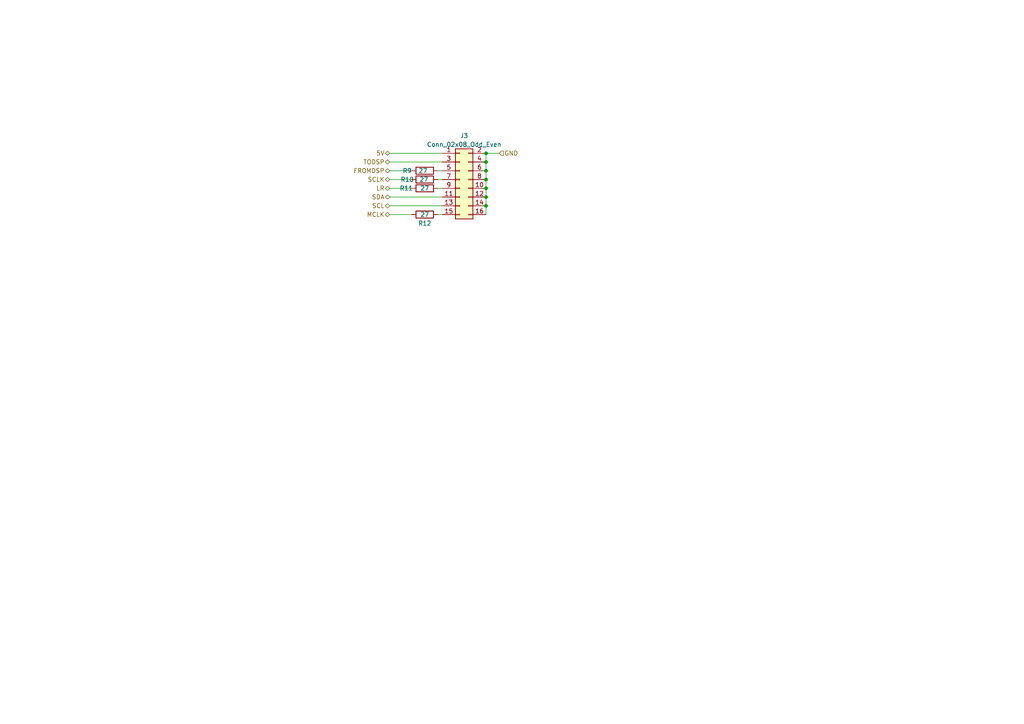
<source format=kicad_sch>
(kicad_sch (version 20231120) (generator "eeschema") (generator_version "8.0")
  (paper "A4")
  (lib_symbols
    (symbol "Connector_Generic:Conn_02x08_Odd_Even" (pin_names (offset 1.016) hide)
      (property "Reference" "J" (at 1.27 10.16 0))
      (property "Value" "Conn_02x08_Odd_Even" (at 1.27 -12.7 0))
      (symbol "Conn_02x08_Odd_Even_1_1"
        (rectangle (start -1.27 -10.033) (end 0 -10.287) (stroke (width 0.1524)))
        (rectangle (start -1.27 -7.493) (end 0 -7.747) (stroke (width 0.1524)))
        (rectangle (start -1.27 -4.953) (end 0 -5.207) (stroke (width 0.1524)))
        (rectangle (start -1.27 -2.413) (end 0 -2.667) (stroke (width 0.1524)))
        (rectangle (start -1.27 0.127) (end 0 -0.127) (stroke (width 0.1524)))
        (rectangle (start -1.27 2.667) (end 0 2.413) (stroke (width 0.1524)))
        (rectangle (start -1.27 5.207) (end 0 4.953) (stroke (width 0.1524)))
        (rectangle (start -1.27 7.747) (end 0 7.493) (stroke (width 0.1524)))
        (rectangle (start -1.27 8.89) (end 3.81 -11.43) (stroke (width 0.254)) (fill (type background)))
        (rectangle (start 3.81 -10.033) (end 2.54 -10.287) (stroke (width 0.1524)))
        (rectangle (start 3.81 -7.493) (end 2.54 -7.747) (stroke (width 0.1524)))
        (rectangle (start 3.81 -4.953) (end 2.54 -5.207) (stroke (width 0.1524)))
        (rectangle (start 3.81 -2.413) (end 2.54 -2.667) (stroke (width 0.1524)))
        (rectangle (start 3.81 0.127) (end 2.54 -0.127) (stroke (width 0.1524)))
        (rectangle (start 3.81 2.667) (end 2.54 2.413) (stroke (width 0.1524)))
        (rectangle (start 3.81 5.207) (end 2.54 4.953) (stroke (width 0.1524)))
        (rectangle (start 3.81 7.747) (end 2.54 7.493) (stroke (width 0.1524)))
        (pin passive line (at -5.08 7.62 0) (length 3.81) (name "Pin_1") (number "1"))
        (pin passive line (at 7.62 -2.54 180) (length 3.81) (name "Pin_10") (number "10"))
        (pin passive line (at -5.08 -5.08 0) (length 3.81) (name "Pin_11") (number "11"))
        (pin passive line (at 7.62 -5.08 180) (length 3.81) (name "Pin_12") (number "12"))
        (pin passive line (at -5.08 -7.62 0) (length 3.81) (name "Pin_13") (number "13"))
        (pin passive line (at 7.62 -7.62 180) (length 3.81) (name "Pin_14") (number "14"))
        (pin passive line (at -5.08 -10.16 0) (length 3.81) (name "Pin_15") (number "15"))
        (pin passive line (at 7.62 -10.16 180) (length 3.81) (name "Pin_16") (number "16"))
        (pin passive line (at 7.62 7.62 180) (length 3.81) (name "Pin_2") (number "2"))
        (pin passive line (at -5.08 5.08 0) (length 3.81) (name "Pin_3") (number "3"))
        (pin passive line (at 7.62 5.08 180) (length 3.81) (name "Pin_4") (number "4"))
        (pin passive line (at -5.08 2.54 0) (length 3.81) (name "Pin_5") (number "5"))
        (pin passive line (at 7.62 2.54 180) (length 3.81) (name "Pin_6") (number "6"))
        (pin passive line (at -5.08 0 0) (length 3.81) (name "Pin_7") (number "7"))
        (pin passive line (at 7.62 0 180) (length 3.81) (name "Pin_8") (number "8"))
        (pin passive line (at -5.08 -2.54 0) (length 3.81) (name "Pin_9") (number "9"))
      )
    )
    (symbol "Device:R" (pin_numbers hide) (pin_names (offset 0))
      (property "Reference" "R" (at 2.032 0 90))
      (property "Value" "R" (at 0 0 90))
      (symbol "R_0_1"
        (rectangle (start -1.016 -2.54) (end 1.016 2.54) (stroke (width 0.254)))
      )
      (symbol "R_1_1"
        (pin passive line (at 0 3.81 270) (length 1.27) (name "~") (number "1"))
        (pin passive line (at 0 -3.81 90) (length 1.27) (name "~") (number "2"))
      )
    )
  )
  (junction (at 140.97 46.99))
  (junction (at 140.97 49.53))
  (junction (at 140.97 52.07))
  (junction (at 140.97 59.69))
  (junction (at 140.97 54.61))
  (junction (at 140.97 57.15))
  (junction (at 140.97 44.45))
  (wire (pts (xy 140.97 57.15) (xy 140.97 59.69)))
  (wire (pts (xy 127 52.07) (xy 128.27 52.07)))
  (wire (pts (xy 113.03 54.61) (xy 119.38 54.61)))
  (wire (pts (xy 113.03 44.45) (xy 128.27 44.45)))
  (wire (pts (xy 140.97 59.69) (xy 140.97 62.23)))
  (wire (pts (xy 144.78 44.45) (xy 140.97 44.45)))
  (wire (pts (xy 113.03 57.15) (xy 128.27 57.15)))
  (wire (pts (xy 140.97 46.99) (xy 140.97 49.53)))
  (wire (pts (xy 113.03 46.99) (xy 128.27 46.99)))
  (wire (pts (xy 127 54.61) (xy 128.27 54.61)))
  (wire (pts (xy 113.03 62.23) (xy 119.38 62.23)))
  (wire (pts (xy 127 49.53) (xy 128.27 49.53)))
  (wire (pts (xy 113.03 52.07) (xy 119.38 52.07)))
  (wire (pts (xy 113.03 59.69) (xy 128.27 59.69)))
  (wire (pts (xy 140.97 49.53) (xy 140.97 52.07)))
  (wire (pts (xy 127 62.23) (xy 128.27 62.23)))
  (wire (pts (xy 140.97 44.45) (xy 140.97 46.99)))
  (wire (pts (xy 113.03 49.53) (xy 119.38 49.53)))
  (wire (pts (xy 140.97 52.07) (xy 140.97 54.61)))
  (wire (pts (xy 140.97 54.61) (xy 140.97 57.15)))
  (hierarchical_label "LR" (shape bidirectional) (at 113.03 54.61 180))
  (hierarchical_label "SDA" (shape bidirectional) (at 113.03 57.15 180))
  (hierarchical_label "MCLK" (shape bidirectional) (at 113.03 62.23 180))
  (hierarchical_label "TODSP" (shape bidirectional) (at 113.03 46.99 180))
  (hierarchical_label "SCLK" (shape bidirectional) (at 113.03 52.07 180))
  (hierarchical_label "SCL" (shape bidirectional) (at 113.03 59.69 180))
  (hierarchical_label "GND" (shape input) (at 144.78 44.45 0))
  (hierarchical_label "FROMDSP" (shape bidirectional) (at 113.03 49.53 180))
  (hierarchical_label "5V" (shape bidirectional) (at 113.03 44.45 180))
  (symbol (lib_id "Device:R") (at 123.19 54.61 90) (unit 1)
    (property "Reference" "R11" (at 117.856 54.61 90))
    (property "Value" "27" (at 123.19 54.61 90))
    (property "Footprint" "Resistor_SMD:R_0603_1608Metric" (effects (hide yes)))
    (property "Description" "Resistor" (effects (hide yes)))
    (instances (project "dsp3" (path "" (reference "R11") (unit 1)) (path "" (reference "R15") (unit 1)) (path "" (reference "R7") (unit 1)) (path "" (reference "R3") (unit 1))))
  )
  (symbol (lib_id "Connector_Generic:Conn_02x08_Odd_Even") (at 133.35 52.07 0) (unit 1)
    (property "Reference" "J3" (at 134.62 39.37 0))
    (property "Value" "Conn_02x08_Odd_Even" (at 134.62 41.91 0))
    (property "Footprint" "Connector_IDC:IDC-Header_2x08_P2.54mm_Vertical" (effects (hide yes)))
    (instances (project "dsp3" (path "" (reference "J3") (unit 1)) (path "" (reference "J4") (unit 1)) (path "" (reference "J2") (unit 1)) (path "" (reference "J1") (unit 1))))
  )
  (symbol (lib_id "Device:R") (at 123.19 49.53 90) (unit 1)
    (property "Reference" "R9" (at 118.11 49.53 90))
    (property "Value" "27" (at 122.682 49.53 90))
    (property "Footprint" "Resistor_SMD:R_0603_1608Metric" (effects (hide yes)))
    (property "Description" "Resistor" (effects (hide yes)))
    (instances (project "dsp3" (path "" (reference "R9") (unit 1)) (path "" (reference "R13") (unit 1)) (path "" (reference "R5") (unit 1)) (path "" (reference "R1") (unit 1))))
  )
  (symbol (lib_id "Device:R") (at 123.19 52.07 90) (unit 1)
    (property "Reference" "R10" (at 118.11 52.07 90))
    (property "Value" "27" (at 122.936 52.07 90))
    (property "Footprint" "Resistor_SMD:R_0603_1608Metric" (effects (hide yes)))
    (property "Description" "Resistor" (effects (hide yes)))
    (instances (project "dsp3" (path "" (reference "R10") (unit 1)) (path "" (reference "R14") (unit 1)) (path "" (reference "R6") (unit 1)) (path "" (reference "R2") (unit 1))))
  )
  (symbol (lib_id "Device:R") (at 123.19 62.23 90) (unit 1)
    (property "Reference" "R12" (at 123.19 64.77 90))
    (property "Value" "27" (at 123.19 62.23 90))
    (property "Footprint" "Resistor_SMD:R_0603_1608Metric" (effects (hide yes)))
    (property "Description" "Resistor" (effects (hide yes)))
    (instances (project "dsp3" (path "" (reference "R12") (unit 1)) (path "" (reference "R16") (unit 1)) (path "" (reference "R8") (unit 1)) (path "" (reference "R4") (unit 1))))
  )
)
</source>
